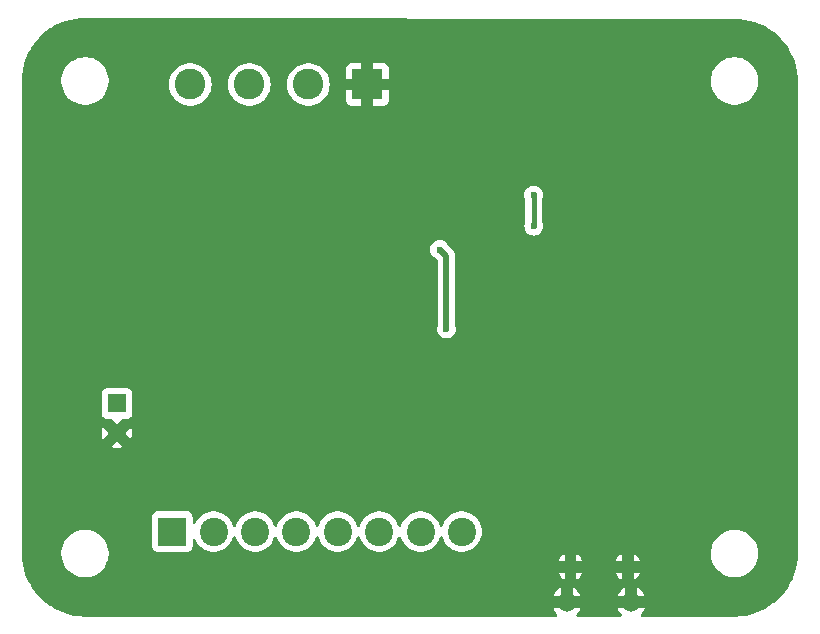
<source format=gbr>
%TF.GenerationSoftware,KiCad,Pcbnew,8.0.5*%
%TF.CreationDate,2024-12-11T15:25:16-08:00*%
%TF.ProjectId,ESP32-Proto,45535033-322d-4507-926f-746f2e6b6963,rev?*%
%TF.SameCoordinates,Original*%
%TF.FileFunction,Copper,L2,Bot*%
%TF.FilePolarity,Positive*%
%FSLAX46Y46*%
G04 Gerber Fmt 4.6, Leading zero omitted, Abs format (unit mm)*
G04 Created by KiCad (PCBNEW 8.0.5) date 2024-12-11 15:25:16*
%MOMM*%
%LPD*%
G01*
G04 APERTURE LIST*
%TA.AperFunction,ComponentPad*%
%ADD10C,1.600000*%
%TD*%
%TA.AperFunction,ComponentPad*%
%ADD11R,1.600000X1.600000*%
%TD*%
%TA.AperFunction,ComponentPad*%
%ADD12C,2.400000*%
%TD*%
%TA.AperFunction,ComponentPad*%
%ADD13R,2.400000X2.400000*%
%TD*%
%TA.AperFunction,ComponentPad*%
%ADD14O,1.350000X1.700000*%
%TD*%
%TA.AperFunction,ComponentPad*%
%ADD15O,1.100000X1.500000*%
%TD*%
%TA.AperFunction,ComponentPad*%
%ADD16C,2.600000*%
%TD*%
%TA.AperFunction,ComponentPad*%
%ADD17R,2.600000X2.600000*%
%TD*%
%TA.AperFunction,ViaPad*%
%ADD18C,0.600000*%
%TD*%
%TA.AperFunction,Conductor*%
%ADD19C,0.500000*%
%TD*%
%TA.AperFunction,Conductor*%
%ADD20C,0.400000*%
%TD*%
G04 APERTURE END LIST*
D10*
%TO.P,C2,2*%
%TO.N,GND*%
X124700000Y-104800000D03*
D11*
%TO.P,C2,1*%
%TO.N,Net-(U3-EN)*%
X124700000Y-102300000D03*
%TD*%
D12*
%TO.P,J5,8,Pin_8*%
%TO.N,CANH*%
X153900000Y-113150000D03*
%TO.P,J5,7,Pin_7*%
%TO.N,CANL*%
X150400000Y-113150000D03*
%TO.P,J5,6,Pin_6*%
%TO.N,GPIO6{slash}ADC5*%
X146900000Y-113150000D03*
%TO.P,J5,5,Pin_5*%
%TO.N,GPIO5{slash}ADC4*%
X143400000Y-113150000D03*
%TO.P,J5,4,Pin_4*%
%TO.N,GPIO4{slash}ADC3*%
X139900000Y-113150000D03*
%TO.P,J5,3,Pin_3*%
%TO.N,GPIO3{slash}ADC2*%
X136400000Y-113150000D03*
%TO.P,J5,2,Pin_2*%
%TO.N,GPIO2{slash}ADC1*%
X132900000Y-113150000D03*
D13*
%TO.P,J5,1,Pin_1*%
%TO.N,GPIO1{slash}ADC0*%
X129400000Y-113150000D03*
%TD*%
D14*
%TO.P,J3,6,Shield*%
%TO.N,GND*%
X162790000Y-119130000D03*
D15*
X163100000Y-116130000D03*
X167940000Y-116130000D03*
D14*
X168250000Y-119130000D03*
%TD*%
D16*
%TO.P,J1,4,Pin_4*%
%TO.N,+12V*%
X130900000Y-75300000D03*
%TO.P,J1,3,Pin_3*%
%TO.N,+5V*%
X135900000Y-75300000D03*
%TO.P,J1,2,Pin_2*%
%TO.N,+3.3V*%
X140900000Y-75300000D03*
D17*
%TO.P,J1,1,Pin_1*%
%TO.N,GND*%
X145900000Y-75300000D03*
%TD*%
D18*
%TO.N,GND*%
X168100000Y-114330000D03*
X164600000Y-96300000D03*
X173500000Y-80900000D03*
X173400000Y-96300000D03*
X131800000Y-95500000D03*
X140500000Y-83100000D03*
X161800000Y-80000000D03*
X155400000Y-102300000D03*
X161400000Y-93000000D03*
X155100000Y-85500000D03*
X142300000Y-96200000D03*
X142800000Y-82000000D03*
X163000000Y-96300000D03*
X133000000Y-95500000D03*
X138500000Y-98400000D03*
X158800000Y-88000000D03*
X168100000Y-93100000D03*
X148900000Y-91500000D03*
X180600000Y-80300000D03*
X166300000Y-96300000D03*
X132200000Y-102900000D03*
X163000000Y-90100000D03*
X122600000Y-98500000D03*
X155300000Y-105500000D03*
X157700000Y-101500000D03*
X164700000Y-87500000D03*
X151800000Y-81100000D03*
X135000000Y-88300000D03*
X177000000Y-102800000D03*
X159000000Y-103900000D03*
X138900000Y-82600000D03*
X173300000Y-110350000D03*
X163600000Y-80000000D03*
X177200000Y-95400000D03*
X171700000Y-101700000D03*
X173200000Y-89100000D03*
X133100000Y-99700000D03*
X162600000Y-114430000D03*
X165200000Y-111800000D03*
X164700000Y-90200000D03*
X170600000Y-87400000D03*
X166350000Y-90050000D03*
X131800000Y-99700000D03*
%TO.N,+3.3V*%
X152019000Y-89281000D03*
X152600000Y-96000000D03*
%TO.N,Net-(U1-GPIO0{slash}BOOT)*%
X159975000Y-84675000D03*
X160000000Y-87300000D03*
%TD*%
D19*
%TO.N,+3.3V*%
X152600000Y-96000000D02*
X152600000Y-89862000D01*
X152600000Y-89862000D02*
X152019000Y-89281000D01*
D20*
%TO.N,Net-(U1-GPIO0{slash}BOOT)*%
X159975000Y-87275000D02*
X160000000Y-87300000D01*
X159975000Y-84675000D02*
X159975000Y-87275000D01*
%TD*%
%TA.AperFunction,Conductor*%
%TO.N,GND*%
G36*
X176938716Y-69736957D02*
G01*
X176940474Y-69737075D01*
X176947531Y-69737075D01*
X177010874Y-69737075D01*
X177015998Y-69737180D01*
X177450074Y-69755136D01*
X177460243Y-69755979D01*
X177888850Y-69809406D01*
X177898927Y-69811088D01*
X178321641Y-69899723D01*
X178331549Y-69902232D01*
X178745501Y-70025472D01*
X178755168Y-70028791D01*
X179062775Y-70148821D01*
X179157510Y-70185787D01*
X179166895Y-70189904D01*
X179554885Y-70379581D01*
X179563894Y-70384455D01*
X179934921Y-70605540D01*
X179943489Y-70611138D01*
X180294985Y-70862102D01*
X180303067Y-70868393D01*
X180632622Y-71147512D01*
X180640162Y-71154453D01*
X180945546Y-71459837D01*
X180952487Y-71467377D01*
X181231606Y-71796932D01*
X181237901Y-71805019D01*
X181488857Y-72156504D01*
X181494463Y-72165084D01*
X181715541Y-72536100D01*
X181720418Y-72545114D01*
X181910095Y-72933104D01*
X181914212Y-72942489D01*
X182071203Y-73344818D01*
X182074531Y-73354511D01*
X182197763Y-73768437D01*
X182200279Y-73778372D01*
X182288908Y-74201058D01*
X182290595Y-74211166D01*
X182344018Y-74639732D01*
X182344864Y-74649946D01*
X182362817Y-75083987D01*
X182362923Y-75089154D01*
X182349524Y-114926006D01*
X182349500Y-114926390D01*
X182349500Y-114997438D01*
X182349394Y-115002562D01*
X182331441Y-115436629D01*
X182330595Y-115446843D01*
X182277174Y-115875410D01*
X182275487Y-115885519D01*
X182186859Y-116308206D01*
X182184343Y-116318141D01*
X182061111Y-116732068D01*
X182057783Y-116741761D01*
X181900795Y-117144085D01*
X181896679Y-117153470D01*
X181706998Y-117541471D01*
X181702120Y-117550485D01*
X181481045Y-117921496D01*
X181475439Y-117930075D01*
X181224483Y-118281561D01*
X181218188Y-118289649D01*
X180939069Y-118619204D01*
X180932128Y-118626744D01*
X180626744Y-118932128D01*
X180619204Y-118939069D01*
X180289649Y-119218188D01*
X180281561Y-119224483D01*
X179930075Y-119475439D01*
X179921496Y-119481045D01*
X179550485Y-119702120D01*
X179541471Y-119706998D01*
X179153470Y-119896679D01*
X179144085Y-119900795D01*
X178741761Y-120057783D01*
X178732068Y-120061111D01*
X178318141Y-120184343D01*
X178308206Y-120186859D01*
X177885519Y-120275487D01*
X177875410Y-120277174D01*
X177446843Y-120330595D01*
X177436629Y-120331441D01*
X177002563Y-120349394D01*
X176997439Y-120349500D01*
X169166563Y-120349500D01*
X169099524Y-120329815D01*
X169053769Y-120277011D01*
X169043825Y-120207853D01*
X169072850Y-120144297D01*
X169078882Y-120137819D01*
X169146241Y-120070459D01*
X169146245Y-120070454D01*
X169254947Y-119920837D01*
X169338913Y-119756045D01*
X169379869Y-119630000D01*
X168494975Y-119630000D01*
X168530070Y-119594905D01*
X168576148Y-119515095D01*
X168600000Y-119426078D01*
X168600000Y-118833922D01*
X168576148Y-118744905D01*
X168530070Y-118665095D01*
X168464905Y-118599930D01*
X168385095Y-118553852D01*
X168296078Y-118530000D01*
X168203922Y-118530000D01*
X168114905Y-118553852D01*
X168035095Y-118599930D01*
X167969930Y-118665095D01*
X167923852Y-118744905D01*
X167900000Y-118833922D01*
X167900000Y-119426078D01*
X167923852Y-119515095D01*
X167969930Y-119594905D01*
X168005025Y-119630000D01*
X167120131Y-119630000D01*
X167161086Y-119756045D01*
X167245052Y-119920837D01*
X167353754Y-120070454D01*
X167353758Y-120070459D01*
X167421118Y-120137819D01*
X167454603Y-120199142D01*
X167449619Y-120268834D01*
X167407747Y-120324767D01*
X167342283Y-120349184D01*
X167333437Y-120349500D01*
X163706563Y-120349500D01*
X163639524Y-120329815D01*
X163593769Y-120277011D01*
X163583825Y-120207853D01*
X163612850Y-120144297D01*
X163618882Y-120137819D01*
X163686241Y-120070459D01*
X163686245Y-120070454D01*
X163794947Y-119920837D01*
X163878913Y-119756045D01*
X163919869Y-119630000D01*
X163034975Y-119630000D01*
X163070070Y-119594905D01*
X163116148Y-119515095D01*
X163140000Y-119426078D01*
X163140000Y-118833922D01*
X163116148Y-118744905D01*
X163070070Y-118665095D01*
X163004905Y-118599930D01*
X162925095Y-118553852D01*
X162836078Y-118530000D01*
X162743922Y-118530000D01*
X162654905Y-118553852D01*
X162575095Y-118599930D01*
X162509930Y-118665095D01*
X162463852Y-118744905D01*
X162440000Y-118833922D01*
X162440000Y-119426078D01*
X162463852Y-119515095D01*
X162509930Y-119594905D01*
X162545025Y-119630000D01*
X161660131Y-119630000D01*
X161701086Y-119756045D01*
X161785052Y-119920837D01*
X161893754Y-120070454D01*
X161893758Y-120070459D01*
X161961118Y-120137819D01*
X161994603Y-120199142D01*
X161989619Y-120268834D01*
X161947747Y-120324767D01*
X161882283Y-120349184D01*
X161873437Y-120349500D01*
X122002561Y-120349500D01*
X121997437Y-120349394D01*
X121563370Y-120331441D01*
X121553156Y-120330595D01*
X121124589Y-120277174D01*
X121114480Y-120275487D01*
X120691793Y-120186859D01*
X120681858Y-120184343D01*
X120267931Y-120061111D01*
X120258238Y-120057783D01*
X119855914Y-119900795D01*
X119846529Y-119896679D01*
X119458528Y-119706998D01*
X119449514Y-119702120D01*
X119078503Y-119481045D01*
X119069924Y-119475439D01*
X118718438Y-119224483D01*
X118710350Y-119218188D01*
X118380795Y-118939069D01*
X118373255Y-118932128D01*
X118071126Y-118629999D01*
X161660131Y-118629999D01*
X161660131Y-118630000D01*
X162290000Y-118630000D01*
X162290000Y-117891029D01*
X163290000Y-117891029D01*
X163290000Y-118630000D01*
X163919869Y-118630000D01*
X163919868Y-118629999D01*
X167120131Y-118629999D01*
X167120131Y-118630000D01*
X167750000Y-118630000D01*
X167750000Y-117891029D01*
X168750000Y-117891029D01*
X168750000Y-118630000D01*
X169379869Y-118630000D01*
X169379868Y-118629999D01*
X169338913Y-118503954D01*
X169254947Y-118339162D01*
X169146245Y-118189545D01*
X169146241Y-118189540D01*
X169015459Y-118058758D01*
X169015454Y-118058754D01*
X168865833Y-117950049D01*
X168865832Y-117950048D01*
X168750001Y-117891028D01*
X168750000Y-117891029D01*
X167750000Y-117891029D01*
X167749998Y-117891028D01*
X167634167Y-117950048D01*
X167634166Y-117950049D01*
X167484545Y-118058754D01*
X167484540Y-118058758D01*
X167353758Y-118189540D01*
X167353754Y-118189545D01*
X167245052Y-118339162D01*
X167161086Y-118503954D01*
X167120131Y-118629999D01*
X163919868Y-118629999D01*
X163878913Y-118503954D01*
X163794947Y-118339162D01*
X163686245Y-118189545D01*
X163686241Y-118189540D01*
X163555459Y-118058758D01*
X163555454Y-118058754D01*
X163405833Y-117950049D01*
X163405832Y-117950048D01*
X163290001Y-117891028D01*
X163290000Y-117891029D01*
X162290000Y-117891029D01*
X162289998Y-117891028D01*
X162174167Y-117950048D01*
X162174166Y-117950049D01*
X162024545Y-118058754D01*
X162024540Y-118058758D01*
X161893758Y-118189540D01*
X161893754Y-118189545D01*
X161785052Y-118339162D01*
X161701086Y-118503954D01*
X161660131Y-118629999D01*
X118071126Y-118629999D01*
X118067871Y-118626744D01*
X118060930Y-118619204D01*
X117859210Y-118381034D01*
X117781806Y-118289643D01*
X117775516Y-118281561D01*
X117524560Y-117930075D01*
X117518954Y-117921496D01*
X117297879Y-117550485D01*
X117293001Y-117541471D01*
X117103320Y-117153470D01*
X117099204Y-117144085D01*
X117029820Y-116966269D01*
X116942211Y-116741749D01*
X116938892Y-116732081D01*
X116815652Y-116318128D01*
X116813143Y-116308220D01*
X116724509Y-115885505D01*
X116722827Y-115875425D01*
X116669402Y-115446822D01*
X116668559Y-115436649D01*
X116650606Y-115002562D01*
X116650500Y-114997438D01*
X116650500Y-114868872D01*
X119999500Y-114868872D01*
X119999500Y-115131127D01*
X120016555Y-115260664D01*
X120033730Y-115391116D01*
X120101602Y-115644418D01*
X120101605Y-115644428D01*
X120201953Y-115886690D01*
X120201958Y-115886700D01*
X120333075Y-116113803D01*
X120492718Y-116321851D01*
X120492726Y-116321860D01*
X120678140Y-116507274D01*
X120678148Y-116507281D01*
X120886196Y-116666924D01*
X121113299Y-116798041D01*
X121113309Y-116798046D01*
X121355571Y-116898394D01*
X121355581Y-116898398D01*
X121608884Y-116966270D01*
X121857188Y-116998960D01*
X121860061Y-116999339D01*
X121868880Y-117000500D01*
X121868887Y-117000500D01*
X122131113Y-117000500D01*
X122131120Y-117000500D01*
X122391116Y-116966270D01*
X122644419Y-116898398D01*
X122886697Y-116798043D01*
X123113803Y-116666924D01*
X123161923Y-116630000D01*
X162089102Y-116630000D01*
X162090348Y-116636266D01*
X162090350Y-116636274D01*
X162169500Y-116827358D01*
X162169505Y-116827368D01*
X162284410Y-116999335D01*
X162284413Y-116999339D01*
X162430660Y-117145586D01*
X162430668Y-117145592D01*
X162599999Y-117258735D01*
X162600000Y-117258735D01*
X163600000Y-117258735D01*
X163769331Y-117145592D01*
X163769339Y-117145586D01*
X163915586Y-116999339D01*
X163915589Y-116999335D01*
X164030494Y-116827368D01*
X164030499Y-116827358D01*
X164109649Y-116636274D01*
X164109651Y-116636266D01*
X164110898Y-116630000D01*
X166929102Y-116630000D01*
X166930348Y-116636266D01*
X166930350Y-116636274D01*
X167009500Y-116827358D01*
X167009505Y-116827368D01*
X167124410Y-116999335D01*
X167124413Y-116999339D01*
X167270660Y-117145586D01*
X167270668Y-117145592D01*
X167439999Y-117258735D01*
X167440000Y-117258735D01*
X168440000Y-117258735D01*
X168609331Y-117145592D01*
X168609339Y-117145586D01*
X168755586Y-116999339D01*
X168755589Y-116999335D01*
X168870494Y-116827368D01*
X168870499Y-116827358D01*
X168949649Y-116636274D01*
X168949651Y-116636266D01*
X168950898Y-116630000D01*
X168440000Y-116630000D01*
X168440000Y-117258735D01*
X167440000Y-117258735D01*
X167440000Y-116630000D01*
X166929102Y-116630000D01*
X164110898Y-116630000D01*
X163600000Y-116630000D01*
X163600000Y-117258735D01*
X162600000Y-117258735D01*
X162600000Y-116630000D01*
X162089102Y-116630000D01*
X123161923Y-116630000D01*
X123321851Y-116507282D01*
X123321855Y-116507277D01*
X123321860Y-116507274D01*
X123507274Y-116321860D01*
X123507277Y-116321855D01*
X123507282Y-116321851D01*
X123666924Y-116113803D01*
X123797745Y-115887213D01*
X162775000Y-115887213D01*
X162775000Y-116372787D01*
X162797149Y-116455445D01*
X162839936Y-116529554D01*
X162900446Y-116590064D01*
X162974555Y-116632851D01*
X163057213Y-116655000D01*
X163142787Y-116655000D01*
X163225445Y-116632851D01*
X163299554Y-116590064D01*
X163360064Y-116529554D01*
X163402851Y-116455445D01*
X163425000Y-116372787D01*
X163425000Y-115887213D01*
X167615000Y-115887213D01*
X167615000Y-116372787D01*
X167637149Y-116455445D01*
X167679936Y-116529554D01*
X167740446Y-116590064D01*
X167814555Y-116632851D01*
X167897213Y-116655000D01*
X167982787Y-116655000D01*
X168065445Y-116632851D01*
X168139554Y-116590064D01*
X168200064Y-116529554D01*
X168242851Y-116455445D01*
X168265000Y-116372787D01*
X168265000Y-115887213D01*
X168242851Y-115804555D01*
X168200064Y-115730446D01*
X168139554Y-115669936D01*
X168070383Y-115630000D01*
X168440000Y-115630000D01*
X168950898Y-115630000D01*
X168950898Y-115629999D01*
X168949651Y-115623733D01*
X168949649Y-115623725D01*
X168870499Y-115432641D01*
X168870494Y-115432631D01*
X168755589Y-115260664D01*
X168755586Y-115260660D01*
X168609339Y-115114413D01*
X168609335Y-115114410D01*
X168440000Y-115001263D01*
X168440000Y-115630000D01*
X168070383Y-115630000D01*
X168065445Y-115627149D01*
X167982787Y-115605000D01*
X167897213Y-115605000D01*
X167814555Y-115627149D01*
X167740446Y-115669936D01*
X167679936Y-115730446D01*
X167637149Y-115804555D01*
X167615000Y-115887213D01*
X163425000Y-115887213D01*
X163402851Y-115804555D01*
X163360064Y-115730446D01*
X163299554Y-115669936D01*
X163230383Y-115630000D01*
X163600000Y-115630000D01*
X164110898Y-115630000D01*
X164110898Y-115629999D01*
X166929101Y-115629999D01*
X166929102Y-115630000D01*
X167440000Y-115630000D01*
X167440000Y-115001263D01*
X167270664Y-115114410D01*
X167270660Y-115114413D01*
X167124413Y-115260660D01*
X167124410Y-115260664D01*
X167009505Y-115432631D01*
X167009500Y-115432641D01*
X166930350Y-115623725D01*
X166930348Y-115623733D01*
X166929101Y-115629999D01*
X164110898Y-115629999D01*
X164109651Y-115623733D01*
X164109649Y-115623725D01*
X164030499Y-115432641D01*
X164030494Y-115432631D01*
X163915589Y-115260664D01*
X163915586Y-115260660D01*
X163769339Y-115114413D01*
X163769335Y-115114410D01*
X163600000Y-115001263D01*
X163600000Y-115630000D01*
X163230383Y-115630000D01*
X163225445Y-115627149D01*
X163142787Y-115605000D01*
X163057213Y-115605000D01*
X162974555Y-115627149D01*
X162900446Y-115669936D01*
X162839936Y-115730446D01*
X162797149Y-115804555D01*
X162775000Y-115887213D01*
X123797745Y-115887213D01*
X123798043Y-115886697D01*
X123898398Y-115644419D01*
X123902262Y-115629999D01*
X162089101Y-115629999D01*
X162089102Y-115630000D01*
X162600000Y-115630000D01*
X162600000Y-115001263D01*
X162430664Y-115114410D01*
X162430660Y-115114413D01*
X162284413Y-115260660D01*
X162284410Y-115260664D01*
X162169505Y-115432631D01*
X162169500Y-115432641D01*
X162090350Y-115623725D01*
X162090348Y-115623733D01*
X162089101Y-115629999D01*
X123902262Y-115629999D01*
X123966270Y-115391116D01*
X124000500Y-115131120D01*
X124000500Y-114868880D01*
X124000499Y-114868872D01*
X174999500Y-114868872D01*
X174999500Y-115131127D01*
X175016555Y-115260664D01*
X175033730Y-115391116D01*
X175101602Y-115644418D01*
X175101605Y-115644428D01*
X175201953Y-115886690D01*
X175201958Y-115886700D01*
X175333075Y-116113803D01*
X175492718Y-116321851D01*
X175492726Y-116321860D01*
X175678140Y-116507274D01*
X175678148Y-116507281D01*
X175886196Y-116666924D01*
X176113299Y-116798041D01*
X176113309Y-116798046D01*
X176355571Y-116898394D01*
X176355581Y-116898398D01*
X176608884Y-116966270D01*
X176857188Y-116998960D01*
X176860061Y-116999339D01*
X176868880Y-117000500D01*
X176868887Y-117000500D01*
X177131113Y-117000500D01*
X177131120Y-117000500D01*
X177391116Y-116966270D01*
X177644419Y-116898398D01*
X177886697Y-116798043D01*
X178113803Y-116666924D01*
X178321851Y-116507282D01*
X178321855Y-116507277D01*
X178321860Y-116507274D01*
X178507274Y-116321860D01*
X178507277Y-116321855D01*
X178507282Y-116321851D01*
X178666924Y-116113803D01*
X178798043Y-115886697D01*
X178898398Y-115644419D01*
X178966270Y-115391116D01*
X179000500Y-115131120D01*
X179000500Y-114868880D01*
X178966270Y-114608884D01*
X178898398Y-114355581D01*
X178879467Y-114309877D01*
X178798046Y-114113309D01*
X178798041Y-114113299D01*
X178666924Y-113886196D01*
X178507281Y-113678148D01*
X178507274Y-113678140D01*
X178321860Y-113492726D01*
X178321851Y-113492718D01*
X178113803Y-113333075D01*
X177886700Y-113201958D01*
X177886690Y-113201953D01*
X177644428Y-113101605D01*
X177644421Y-113101603D01*
X177644419Y-113101602D01*
X177391116Y-113033730D01*
X177333339Y-113026123D01*
X177131127Y-112999500D01*
X177131120Y-112999500D01*
X176868880Y-112999500D01*
X176868872Y-112999500D01*
X176637772Y-113029926D01*
X176608884Y-113033730D01*
X176355581Y-113101602D01*
X176355571Y-113101605D01*
X176113309Y-113201953D01*
X176113299Y-113201958D01*
X175886196Y-113333075D01*
X175678148Y-113492718D01*
X175492718Y-113678148D01*
X175333075Y-113886196D01*
X175201958Y-114113299D01*
X175201953Y-114113309D01*
X175101605Y-114355571D01*
X175101602Y-114355581D01*
X175038165Y-114592335D01*
X175033730Y-114608885D01*
X174999500Y-114868872D01*
X124000499Y-114868872D01*
X123966270Y-114608884D01*
X123898398Y-114355581D01*
X123879467Y-114309877D01*
X123798046Y-114113309D01*
X123798041Y-114113299D01*
X123666924Y-113886196D01*
X123507281Y-113678148D01*
X123507274Y-113678140D01*
X123321860Y-113492726D01*
X123321851Y-113492718D01*
X123113803Y-113333075D01*
X122886700Y-113201958D01*
X122886690Y-113201953D01*
X122644428Y-113101605D01*
X122644421Y-113101603D01*
X122644419Y-113101602D01*
X122391116Y-113033730D01*
X122333339Y-113026123D01*
X122131127Y-112999500D01*
X122131120Y-112999500D01*
X121868880Y-112999500D01*
X121868872Y-112999500D01*
X121637772Y-113029926D01*
X121608884Y-113033730D01*
X121355581Y-113101602D01*
X121355571Y-113101605D01*
X121113309Y-113201953D01*
X121113299Y-113201958D01*
X120886196Y-113333075D01*
X120678148Y-113492718D01*
X120492718Y-113678148D01*
X120333075Y-113886196D01*
X120201958Y-114113299D01*
X120201953Y-114113309D01*
X120101605Y-114355571D01*
X120101602Y-114355581D01*
X120038165Y-114592335D01*
X120033730Y-114608885D01*
X119999500Y-114868872D01*
X116650500Y-114868872D01*
X116650500Y-111902135D01*
X127699500Y-111902135D01*
X127699500Y-114397870D01*
X127699501Y-114397876D01*
X127705908Y-114457483D01*
X127756202Y-114592328D01*
X127756206Y-114592335D01*
X127842452Y-114707544D01*
X127842455Y-114707547D01*
X127957664Y-114793793D01*
X127957671Y-114793797D01*
X128092517Y-114844091D01*
X128092516Y-114844091D01*
X128099444Y-114844835D01*
X128152127Y-114850500D01*
X130647872Y-114850499D01*
X130707483Y-114844091D01*
X130842331Y-114793796D01*
X130957546Y-114707546D01*
X131043796Y-114592331D01*
X131094091Y-114457483D01*
X131100500Y-114397873D01*
X131100499Y-113874854D01*
X131120183Y-113807818D01*
X131172987Y-113762063D01*
X131242146Y-113752119D01*
X131305702Y-113781144D01*
X131339927Y-113829553D01*
X131363607Y-113889888D01*
X131491041Y-114110612D01*
X131649950Y-114309877D01*
X131836783Y-114483232D01*
X132047366Y-114626805D01*
X132047371Y-114626807D01*
X132047372Y-114626808D01*
X132047373Y-114626809D01*
X132169328Y-114685538D01*
X132276992Y-114737387D01*
X132276993Y-114737387D01*
X132276996Y-114737389D01*
X132520542Y-114812513D01*
X132772565Y-114850500D01*
X133027435Y-114850500D01*
X133279458Y-114812513D01*
X133523004Y-114737389D01*
X133752634Y-114626805D01*
X133963217Y-114483232D01*
X134150050Y-114309877D01*
X134308959Y-114110612D01*
X134436393Y-113889888D01*
X134529508Y-113652637D01*
X134529510Y-113652624D01*
X134530878Y-113648196D01*
X134532324Y-113648642D01*
X134563213Y-113593412D01*
X134624873Y-113560552D01*
X134694510Y-113566243D01*
X134750016Y-113608680D01*
X134768192Y-113648482D01*
X134769122Y-113648196D01*
X134770490Y-113652630D01*
X134770492Y-113652637D01*
X134863607Y-113889888D01*
X134991041Y-114110612D01*
X135149950Y-114309877D01*
X135336783Y-114483232D01*
X135547366Y-114626805D01*
X135547371Y-114626807D01*
X135547372Y-114626808D01*
X135547373Y-114626809D01*
X135669328Y-114685538D01*
X135776992Y-114737387D01*
X135776993Y-114737387D01*
X135776996Y-114737389D01*
X136020542Y-114812513D01*
X136272565Y-114850500D01*
X136527435Y-114850500D01*
X136779458Y-114812513D01*
X137023004Y-114737389D01*
X137252634Y-114626805D01*
X137463217Y-114483232D01*
X137650050Y-114309877D01*
X137808959Y-114110612D01*
X137936393Y-113889888D01*
X138029508Y-113652637D01*
X138029510Y-113652624D01*
X138030878Y-113648196D01*
X138032324Y-113648642D01*
X138063213Y-113593412D01*
X138124873Y-113560552D01*
X138194510Y-113566243D01*
X138250016Y-113608680D01*
X138268192Y-113648482D01*
X138269122Y-113648196D01*
X138270490Y-113652630D01*
X138270492Y-113652637D01*
X138363607Y-113889888D01*
X138491041Y-114110612D01*
X138649950Y-114309877D01*
X138836783Y-114483232D01*
X139047366Y-114626805D01*
X139047371Y-114626807D01*
X139047372Y-114626808D01*
X139047373Y-114626809D01*
X139169328Y-114685538D01*
X139276992Y-114737387D01*
X139276993Y-114737387D01*
X139276996Y-114737389D01*
X139520542Y-114812513D01*
X139772565Y-114850500D01*
X140027435Y-114850500D01*
X140279458Y-114812513D01*
X140523004Y-114737389D01*
X140752634Y-114626805D01*
X140963217Y-114483232D01*
X141150050Y-114309877D01*
X141308959Y-114110612D01*
X141436393Y-113889888D01*
X141529508Y-113652637D01*
X141529510Y-113652624D01*
X141530878Y-113648196D01*
X141532324Y-113648642D01*
X141563213Y-113593412D01*
X141624873Y-113560552D01*
X141694510Y-113566243D01*
X141750016Y-113608680D01*
X141768192Y-113648482D01*
X141769122Y-113648196D01*
X141770490Y-113652630D01*
X141770492Y-113652637D01*
X141863607Y-113889888D01*
X141991041Y-114110612D01*
X142149950Y-114309877D01*
X142336783Y-114483232D01*
X142547366Y-114626805D01*
X142547371Y-114626807D01*
X142547372Y-114626808D01*
X142547373Y-114626809D01*
X142669328Y-114685538D01*
X142776992Y-114737387D01*
X142776993Y-114737387D01*
X142776996Y-114737389D01*
X143020542Y-114812513D01*
X143272565Y-114850500D01*
X143527435Y-114850500D01*
X143779458Y-114812513D01*
X144023004Y-114737389D01*
X144252634Y-114626805D01*
X144463217Y-114483232D01*
X144650050Y-114309877D01*
X144808959Y-114110612D01*
X144936393Y-113889888D01*
X145029508Y-113652637D01*
X145029510Y-113652624D01*
X145030878Y-113648196D01*
X145032324Y-113648642D01*
X145063213Y-113593412D01*
X145124873Y-113560552D01*
X145194510Y-113566243D01*
X145250016Y-113608680D01*
X145268192Y-113648482D01*
X145269122Y-113648196D01*
X145270490Y-113652630D01*
X145270492Y-113652637D01*
X145363607Y-113889888D01*
X145491041Y-114110612D01*
X145649950Y-114309877D01*
X145836783Y-114483232D01*
X146047366Y-114626805D01*
X146047371Y-114626807D01*
X146047372Y-114626808D01*
X146047373Y-114626809D01*
X146169328Y-114685538D01*
X146276992Y-114737387D01*
X146276993Y-114737387D01*
X146276996Y-114737389D01*
X146520542Y-114812513D01*
X146772565Y-114850500D01*
X147027435Y-114850500D01*
X147279458Y-114812513D01*
X147523004Y-114737389D01*
X147752634Y-114626805D01*
X147963217Y-114483232D01*
X148150050Y-114309877D01*
X148308959Y-114110612D01*
X148436393Y-113889888D01*
X148529508Y-113652637D01*
X148529510Y-113652624D01*
X148530878Y-113648196D01*
X148532324Y-113648642D01*
X148563213Y-113593412D01*
X148624873Y-113560552D01*
X148694510Y-113566243D01*
X148750016Y-113608680D01*
X148768192Y-113648482D01*
X148769122Y-113648196D01*
X148770490Y-113652630D01*
X148770492Y-113652637D01*
X148863607Y-113889888D01*
X148991041Y-114110612D01*
X149149950Y-114309877D01*
X149336783Y-114483232D01*
X149547366Y-114626805D01*
X149547371Y-114626807D01*
X149547372Y-114626808D01*
X149547373Y-114626809D01*
X149669328Y-114685538D01*
X149776992Y-114737387D01*
X149776993Y-114737387D01*
X149776996Y-114737389D01*
X150020542Y-114812513D01*
X150272565Y-114850500D01*
X150527435Y-114850500D01*
X150779458Y-114812513D01*
X151023004Y-114737389D01*
X151252634Y-114626805D01*
X151463217Y-114483232D01*
X151650050Y-114309877D01*
X151808959Y-114110612D01*
X151936393Y-113889888D01*
X152029508Y-113652637D01*
X152029510Y-113652624D01*
X152030878Y-113648196D01*
X152032324Y-113648642D01*
X152063213Y-113593412D01*
X152124873Y-113560552D01*
X152194510Y-113566243D01*
X152250016Y-113608680D01*
X152268192Y-113648482D01*
X152269122Y-113648196D01*
X152270490Y-113652630D01*
X152270492Y-113652637D01*
X152363607Y-113889888D01*
X152491041Y-114110612D01*
X152649950Y-114309877D01*
X152836783Y-114483232D01*
X153047366Y-114626805D01*
X153047371Y-114626807D01*
X153047372Y-114626808D01*
X153047373Y-114626809D01*
X153169328Y-114685538D01*
X153276992Y-114737387D01*
X153276993Y-114737387D01*
X153276996Y-114737389D01*
X153520542Y-114812513D01*
X153772565Y-114850500D01*
X154027435Y-114850500D01*
X154279458Y-114812513D01*
X154523004Y-114737389D01*
X154752634Y-114626805D01*
X154963217Y-114483232D01*
X155150050Y-114309877D01*
X155308959Y-114110612D01*
X155436393Y-113889888D01*
X155529508Y-113652637D01*
X155586222Y-113404157D01*
X155594384Y-113295232D01*
X155605268Y-113150004D01*
X155605268Y-113149995D01*
X155586222Y-112895845D01*
X155549225Y-112733752D01*
X155529508Y-112647363D01*
X155436393Y-112410112D01*
X155308959Y-112189388D01*
X155150050Y-111990123D01*
X154963217Y-111816768D01*
X154752634Y-111673195D01*
X154752630Y-111673193D01*
X154752627Y-111673191D01*
X154752626Y-111673190D01*
X154523006Y-111562612D01*
X154523008Y-111562612D01*
X154279466Y-111487489D01*
X154279462Y-111487488D01*
X154279458Y-111487487D01*
X154158231Y-111469214D01*
X154027440Y-111449500D01*
X154027435Y-111449500D01*
X153772565Y-111449500D01*
X153772559Y-111449500D01*
X153615609Y-111473157D01*
X153520542Y-111487487D01*
X153520539Y-111487488D01*
X153520533Y-111487489D01*
X153276992Y-111562612D01*
X153047373Y-111673190D01*
X153047372Y-111673191D01*
X152836782Y-111816768D01*
X152649952Y-111990121D01*
X152649950Y-111990123D01*
X152491041Y-112189388D01*
X152363608Y-112410109D01*
X152270492Y-112647362D01*
X152269122Y-112651804D01*
X152267677Y-112651358D01*
X152236780Y-112706593D01*
X152175117Y-112739449D01*
X152105480Y-112733752D01*
X152049978Y-112691311D01*
X152031805Y-112651517D01*
X152030878Y-112651804D01*
X152029509Y-112647369D01*
X152029508Y-112647363D01*
X151936393Y-112410112D01*
X151808959Y-112189388D01*
X151650050Y-111990123D01*
X151463217Y-111816768D01*
X151252634Y-111673195D01*
X151252630Y-111673193D01*
X151252627Y-111673191D01*
X151252626Y-111673190D01*
X151023006Y-111562612D01*
X151023008Y-111562612D01*
X150779466Y-111487489D01*
X150779462Y-111487488D01*
X150779458Y-111487487D01*
X150658231Y-111469214D01*
X150527440Y-111449500D01*
X150527435Y-111449500D01*
X150272565Y-111449500D01*
X150272559Y-111449500D01*
X150115609Y-111473157D01*
X150020542Y-111487487D01*
X150020539Y-111487488D01*
X150020533Y-111487489D01*
X149776992Y-111562612D01*
X149547373Y-111673190D01*
X149547372Y-111673191D01*
X149336782Y-111816768D01*
X149149952Y-111990121D01*
X149149950Y-111990123D01*
X148991041Y-112189388D01*
X148863608Y-112410109D01*
X148770492Y-112647362D01*
X148769122Y-112651804D01*
X148767677Y-112651358D01*
X148736780Y-112706593D01*
X148675117Y-112739449D01*
X148605480Y-112733752D01*
X148549978Y-112691311D01*
X148531805Y-112651517D01*
X148530878Y-112651804D01*
X148529509Y-112647369D01*
X148529508Y-112647363D01*
X148436393Y-112410112D01*
X148308959Y-112189388D01*
X148150050Y-111990123D01*
X147963217Y-111816768D01*
X147752634Y-111673195D01*
X147752630Y-111673193D01*
X147752627Y-111673191D01*
X147752626Y-111673190D01*
X147523006Y-111562612D01*
X147523008Y-111562612D01*
X147279466Y-111487489D01*
X147279462Y-111487488D01*
X147279458Y-111487487D01*
X147158231Y-111469214D01*
X147027440Y-111449500D01*
X147027435Y-111449500D01*
X146772565Y-111449500D01*
X146772559Y-111449500D01*
X146615609Y-111473157D01*
X146520542Y-111487487D01*
X146520539Y-111487488D01*
X146520533Y-111487489D01*
X146276992Y-111562612D01*
X146047373Y-111673190D01*
X146047372Y-111673191D01*
X145836782Y-111816768D01*
X145649952Y-111990121D01*
X145649950Y-111990123D01*
X145491041Y-112189388D01*
X145363608Y-112410109D01*
X145270492Y-112647362D01*
X145269122Y-112651804D01*
X145267677Y-112651358D01*
X145236780Y-112706593D01*
X145175117Y-112739449D01*
X145105480Y-112733752D01*
X145049978Y-112691311D01*
X145031805Y-112651517D01*
X145030878Y-112651804D01*
X145029509Y-112647369D01*
X145029508Y-112647363D01*
X144936393Y-112410112D01*
X144808959Y-112189388D01*
X144650050Y-111990123D01*
X144463217Y-111816768D01*
X144252634Y-111673195D01*
X144252630Y-111673193D01*
X144252627Y-111673191D01*
X144252626Y-111673190D01*
X144023006Y-111562612D01*
X144023008Y-111562612D01*
X143779466Y-111487489D01*
X143779462Y-111487488D01*
X143779458Y-111487487D01*
X143658231Y-111469214D01*
X143527440Y-111449500D01*
X143527435Y-111449500D01*
X143272565Y-111449500D01*
X143272559Y-111449500D01*
X143115609Y-111473157D01*
X143020542Y-111487487D01*
X143020539Y-111487488D01*
X143020533Y-111487489D01*
X142776992Y-111562612D01*
X142547373Y-111673190D01*
X142547372Y-111673191D01*
X142336782Y-111816768D01*
X142149952Y-111990121D01*
X142149950Y-111990123D01*
X141991041Y-112189388D01*
X141863608Y-112410109D01*
X141770492Y-112647362D01*
X141769122Y-112651804D01*
X141767677Y-112651358D01*
X141736780Y-112706593D01*
X141675117Y-112739449D01*
X141605480Y-112733752D01*
X141549978Y-112691311D01*
X141531805Y-112651517D01*
X141530878Y-112651804D01*
X141529509Y-112647369D01*
X141529508Y-112647363D01*
X141436393Y-112410112D01*
X141308959Y-112189388D01*
X141150050Y-111990123D01*
X140963217Y-111816768D01*
X140752634Y-111673195D01*
X140752630Y-111673193D01*
X140752627Y-111673191D01*
X140752626Y-111673190D01*
X140523006Y-111562612D01*
X140523008Y-111562612D01*
X140279466Y-111487489D01*
X140279462Y-111487488D01*
X140279458Y-111487487D01*
X140158231Y-111469214D01*
X140027440Y-111449500D01*
X140027435Y-111449500D01*
X139772565Y-111449500D01*
X139772559Y-111449500D01*
X139615609Y-111473157D01*
X139520542Y-111487487D01*
X139520539Y-111487488D01*
X139520533Y-111487489D01*
X139276992Y-111562612D01*
X139047373Y-111673190D01*
X139047372Y-111673191D01*
X138836782Y-111816768D01*
X138649952Y-111990121D01*
X138649950Y-111990123D01*
X138491041Y-112189388D01*
X138363608Y-112410109D01*
X138270492Y-112647362D01*
X138269122Y-112651804D01*
X138267677Y-112651358D01*
X138236780Y-112706593D01*
X138175117Y-112739449D01*
X138105480Y-112733752D01*
X138049978Y-112691311D01*
X138031805Y-112651517D01*
X138030878Y-112651804D01*
X138029509Y-112647369D01*
X138029508Y-112647363D01*
X137936393Y-112410112D01*
X137808959Y-112189388D01*
X137650050Y-111990123D01*
X137463217Y-111816768D01*
X137252634Y-111673195D01*
X137252630Y-111673193D01*
X137252627Y-111673191D01*
X137252626Y-111673190D01*
X137023006Y-111562612D01*
X137023008Y-111562612D01*
X136779466Y-111487489D01*
X136779462Y-111487488D01*
X136779458Y-111487487D01*
X136658231Y-111469214D01*
X136527440Y-111449500D01*
X136527435Y-111449500D01*
X136272565Y-111449500D01*
X136272559Y-111449500D01*
X136115609Y-111473157D01*
X136020542Y-111487487D01*
X136020539Y-111487488D01*
X136020533Y-111487489D01*
X135776992Y-111562612D01*
X135547373Y-111673190D01*
X135547372Y-111673191D01*
X135336782Y-111816768D01*
X135149952Y-111990121D01*
X135149950Y-111990123D01*
X134991041Y-112189388D01*
X134863608Y-112410109D01*
X134770492Y-112647362D01*
X134769122Y-112651804D01*
X134767677Y-112651358D01*
X134736780Y-112706593D01*
X134675117Y-112739449D01*
X134605480Y-112733752D01*
X134549978Y-112691311D01*
X134531805Y-112651517D01*
X134530878Y-112651804D01*
X134529509Y-112647369D01*
X134529508Y-112647363D01*
X134436393Y-112410112D01*
X134308959Y-112189388D01*
X134150050Y-111990123D01*
X133963217Y-111816768D01*
X133752634Y-111673195D01*
X133752630Y-111673193D01*
X133752627Y-111673191D01*
X133752626Y-111673190D01*
X133523006Y-111562612D01*
X133523008Y-111562612D01*
X133279466Y-111487489D01*
X133279462Y-111487488D01*
X133279458Y-111487487D01*
X133158231Y-111469214D01*
X133027440Y-111449500D01*
X133027435Y-111449500D01*
X132772565Y-111449500D01*
X132772559Y-111449500D01*
X132615609Y-111473157D01*
X132520542Y-111487487D01*
X132520539Y-111487488D01*
X132520533Y-111487489D01*
X132276992Y-111562612D01*
X132047373Y-111673190D01*
X132047372Y-111673191D01*
X131836782Y-111816768D01*
X131649952Y-111990121D01*
X131649950Y-111990123D01*
X131491041Y-112189388D01*
X131363608Y-112410109D01*
X131339927Y-112470447D01*
X131297110Y-112525661D01*
X131231240Y-112548961D01*
X131163230Y-112532950D01*
X131114672Y-112482711D01*
X131100499Y-112425144D01*
X131100499Y-111902129D01*
X131100498Y-111902123D01*
X131100497Y-111902116D01*
X131094091Y-111842517D01*
X131084487Y-111816768D01*
X131043797Y-111707671D01*
X131043793Y-111707664D01*
X130957547Y-111592455D01*
X130957544Y-111592452D01*
X130842335Y-111506206D01*
X130842328Y-111506202D01*
X130707482Y-111455908D01*
X130707483Y-111455908D01*
X130647883Y-111449501D01*
X130647881Y-111449500D01*
X130647873Y-111449500D01*
X130647864Y-111449500D01*
X128152129Y-111449500D01*
X128152123Y-111449501D01*
X128092516Y-111455908D01*
X127957671Y-111506202D01*
X127957664Y-111506206D01*
X127842455Y-111592452D01*
X127842452Y-111592455D01*
X127756206Y-111707664D01*
X127756202Y-111707671D01*
X127705908Y-111842517D01*
X127699501Y-111902116D01*
X127699501Y-111902123D01*
X127699500Y-111902135D01*
X116650500Y-111902135D01*
X116650500Y-106003103D01*
X124204002Y-106003103D01*
X124253673Y-106026265D01*
X124253682Y-106026269D01*
X124473389Y-106085139D01*
X124473400Y-106085141D01*
X124699998Y-106104966D01*
X124700002Y-106104966D01*
X124926599Y-106085141D01*
X124926606Y-106085140D01*
X125146328Y-106026265D01*
X125195997Y-106003103D01*
X124700001Y-105507107D01*
X124700000Y-105507107D01*
X124204002Y-106003103D01*
X116650500Y-106003103D01*
X116650500Y-104799997D01*
X123395034Y-104799997D01*
X123395034Y-104800002D01*
X123414858Y-105026599D01*
X123414860Y-105026610D01*
X123473731Y-105246320D01*
X123496895Y-105295996D01*
X123992893Y-104800000D01*
X123992893Y-104799999D01*
X123940233Y-104747339D01*
X124300000Y-104747339D01*
X124300000Y-104852661D01*
X124327259Y-104954394D01*
X124379920Y-105045606D01*
X124454394Y-105120080D01*
X124545606Y-105172741D01*
X124647339Y-105200000D01*
X124752661Y-105200000D01*
X124854394Y-105172741D01*
X124945606Y-105120080D01*
X125020080Y-105045606D01*
X125072741Y-104954394D01*
X125100000Y-104852661D01*
X125100000Y-104799999D01*
X125407107Y-104799999D01*
X125407107Y-104800001D01*
X125903103Y-105295997D01*
X125926265Y-105246328D01*
X125985140Y-105026606D01*
X125985141Y-105026599D01*
X126004966Y-104800002D01*
X126004966Y-104799997D01*
X125985141Y-104573400D01*
X125985139Y-104573389D01*
X125926269Y-104353682D01*
X125926265Y-104353673D01*
X125903103Y-104304002D01*
X125407107Y-104799999D01*
X125100000Y-104799999D01*
X125100000Y-104747339D01*
X125072741Y-104645606D01*
X125020080Y-104554394D01*
X124945606Y-104479920D01*
X124854394Y-104427259D01*
X124752661Y-104400000D01*
X124647339Y-104400000D01*
X124545606Y-104427259D01*
X124454394Y-104479920D01*
X124379920Y-104554394D01*
X124327259Y-104645606D01*
X124300000Y-104747339D01*
X123940233Y-104747339D01*
X123496895Y-104304002D01*
X123473731Y-104353677D01*
X123414860Y-104573389D01*
X123414858Y-104573400D01*
X123395034Y-104799997D01*
X116650500Y-104799997D01*
X116650500Y-101452135D01*
X123399500Y-101452135D01*
X123399500Y-103147870D01*
X123399501Y-103147876D01*
X123405908Y-103207483D01*
X123456202Y-103342328D01*
X123456206Y-103342335D01*
X123542452Y-103457544D01*
X123542455Y-103457547D01*
X123657664Y-103543793D01*
X123657671Y-103543797D01*
X123702618Y-103560561D01*
X123792517Y-103594091D01*
X123852127Y-103600500D01*
X124156246Y-103600499D01*
X124223283Y-103620183D01*
X124243925Y-103636818D01*
X124700000Y-104092893D01*
X124700001Y-104092893D01*
X125156074Y-103636818D01*
X125217397Y-103603333D01*
X125243753Y-103600499D01*
X125547872Y-103600499D01*
X125607483Y-103594091D01*
X125742331Y-103543796D01*
X125857546Y-103457546D01*
X125943796Y-103342331D01*
X125994091Y-103207483D01*
X126000500Y-103147873D01*
X126000499Y-101452128D01*
X125994091Y-101392517D01*
X125943796Y-101257669D01*
X125943795Y-101257668D01*
X125943793Y-101257664D01*
X125857547Y-101142455D01*
X125857544Y-101142452D01*
X125742335Y-101056206D01*
X125742328Y-101056202D01*
X125607482Y-101005908D01*
X125607483Y-101005908D01*
X125547883Y-100999501D01*
X125547881Y-100999500D01*
X125547873Y-100999500D01*
X125547864Y-100999500D01*
X123852129Y-100999500D01*
X123852123Y-100999501D01*
X123792516Y-101005908D01*
X123657671Y-101056202D01*
X123657664Y-101056206D01*
X123542455Y-101142452D01*
X123542452Y-101142455D01*
X123456206Y-101257664D01*
X123456202Y-101257671D01*
X123405908Y-101392517D01*
X123399501Y-101452116D01*
X123399501Y-101452123D01*
X123399500Y-101452135D01*
X116650500Y-101452135D01*
X116650500Y-89280996D01*
X151213435Y-89280996D01*
X151213435Y-89281003D01*
X151233630Y-89460249D01*
X151233631Y-89460254D01*
X151293211Y-89630523D01*
X151301106Y-89643087D01*
X151389184Y-89783262D01*
X151516738Y-89910816D01*
X151669478Y-90006789D01*
X151669480Y-90006789D01*
X151669484Y-90006792D01*
X151675756Y-90009813D01*
X151674869Y-90011653D01*
X151710939Y-90034307D01*
X151813181Y-90136549D01*
X151846666Y-90197872D01*
X151849500Y-90224230D01*
X151849500Y-95700028D01*
X151842542Y-95740982D01*
X151814631Y-95820747D01*
X151794435Y-95999996D01*
X151794435Y-96000003D01*
X151814630Y-96179249D01*
X151814631Y-96179254D01*
X151874211Y-96349523D01*
X151970184Y-96502262D01*
X152097738Y-96629816D01*
X152250478Y-96725789D01*
X152420745Y-96785368D01*
X152420750Y-96785369D01*
X152599996Y-96805565D01*
X152600000Y-96805565D01*
X152600004Y-96805565D01*
X152779249Y-96785369D01*
X152779252Y-96785368D01*
X152779255Y-96785368D01*
X152949522Y-96725789D01*
X153102262Y-96629816D01*
X153229816Y-96502262D01*
X153325789Y-96349522D01*
X153385368Y-96179255D01*
X153405565Y-96000000D01*
X153385368Y-95820745D01*
X153357458Y-95740982D01*
X153350500Y-95700028D01*
X153350500Y-89788079D01*
X153321659Y-89643092D01*
X153321658Y-89643091D01*
X153321658Y-89643087D01*
X153265084Y-89506505D01*
X153219189Y-89437818D01*
X153182952Y-89383584D01*
X152772307Y-88972939D01*
X152749653Y-88936869D01*
X152747813Y-88937756D01*
X152744792Y-88931484D01*
X152744789Y-88931480D01*
X152744789Y-88931478D01*
X152648816Y-88778738D01*
X152521262Y-88651184D01*
X152368523Y-88555211D01*
X152198254Y-88495631D01*
X152198249Y-88495630D01*
X152019004Y-88475435D01*
X152018996Y-88475435D01*
X151839750Y-88495630D01*
X151839745Y-88495631D01*
X151669476Y-88555211D01*
X151516737Y-88651184D01*
X151389184Y-88778737D01*
X151293211Y-88931476D01*
X151233631Y-89101745D01*
X151233630Y-89101750D01*
X151213435Y-89280996D01*
X116650500Y-89280996D01*
X116650500Y-84674996D01*
X159169435Y-84674996D01*
X159169435Y-84675003D01*
X159189630Y-84854249D01*
X159189631Y-84854254D01*
X159249212Y-85024525D01*
X159255492Y-85034519D01*
X159274500Y-85100493D01*
X159274500Y-86928583D01*
X159267541Y-86969538D01*
X159214633Y-87120737D01*
X159214630Y-87120750D01*
X159194435Y-87299996D01*
X159194435Y-87300003D01*
X159214630Y-87479249D01*
X159214631Y-87479254D01*
X159274211Y-87649523D01*
X159370184Y-87802262D01*
X159497738Y-87929816D01*
X159650478Y-88025789D01*
X159820745Y-88085368D01*
X159820750Y-88085369D01*
X159999996Y-88105565D01*
X160000000Y-88105565D01*
X160000004Y-88105565D01*
X160179249Y-88085369D01*
X160179252Y-88085368D01*
X160179255Y-88085368D01*
X160349522Y-88025789D01*
X160502262Y-87929816D01*
X160629816Y-87802262D01*
X160725789Y-87649522D01*
X160785368Y-87479255D01*
X160805565Y-87300000D01*
X160785368Y-87120745D01*
X160785367Y-87120743D01*
X160785366Y-87120737D01*
X160725790Y-86950479D01*
X160694506Y-86900690D01*
X160675500Y-86834719D01*
X160675500Y-85100493D01*
X160694508Y-85034519D01*
X160700787Y-85024525D01*
X160700786Y-85024525D01*
X160700789Y-85024522D01*
X160760368Y-84854255D01*
X160780565Y-84675000D01*
X160760368Y-84495745D01*
X160700789Y-84325478D01*
X160604816Y-84172738D01*
X160477262Y-84045184D01*
X160324523Y-83949211D01*
X160154254Y-83889631D01*
X160154249Y-83889630D01*
X159975004Y-83869435D01*
X159974996Y-83869435D01*
X159795750Y-83889630D01*
X159795745Y-83889631D01*
X159625476Y-83949211D01*
X159472737Y-84045184D01*
X159345184Y-84172737D01*
X159249211Y-84325476D01*
X159189631Y-84495745D01*
X159189630Y-84495750D01*
X159169435Y-84674996D01*
X116650500Y-84674996D01*
X116650500Y-75002561D01*
X116650606Y-74997437D01*
X116653225Y-74934108D01*
X116655923Y-74868872D01*
X119999500Y-74868872D01*
X119999500Y-75131127D01*
X120026123Y-75333339D01*
X120033730Y-75391116D01*
X120091814Y-75607890D01*
X120101602Y-75644418D01*
X120101605Y-75644428D01*
X120201953Y-75886690D01*
X120201958Y-75886700D01*
X120333075Y-76113803D01*
X120492718Y-76321851D01*
X120492726Y-76321860D01*
X120678140Y-76507274D01*
X120678148Y-76507281D01*
X120886196Y-76666924D01*
X121113299Y-76798041D01*
X121113309Y-76798046D01*
X121355571Y-76898394D01*
X121355581Y-76898398D01*
X121608884Y-76966270D01*
X121868880Y-77000500D01*
X121868887Y-77000500D01*
X122131113Y-77000500D01*
X122131120Y-77000500D01*
X122391116Y-76966270D01*
X122644419Y-76898398D01*
X122886697Y-76798043D01*
X123113803Y-76666924D01*
X123321851Y-76507282D01*
X123321855Y-76507277D01*
X123321860Y-76507274D01*
X123507274Y-76321860D01*
X123507277Y-76321855D01*
X123507282Y-76321851D01*
X123666924Y-76113803D01*
X123798043Y-75886697D01*
X123898398Y-75644419D01*
X123966270Y-75391116D01*
X123978267Y-75299995D01*
X129094451Y-75299995D01*
X129094451Y-75300004D01*
X129114616Y-75569101D01*
X129174664Y-75832188D01*
X129174666Y-75832195D01*
X129220901Y-75950000D01*
X129273257Y-76083398D01*
X129408185Y-76317102D01*
X129544080Y-76487509D01*
X129576442Y-76528089D01*
X129726072Y-76666924D01*
X129774259Y-76711635D01*
X129997226Y-76863651D01*
X130240359Y-76980738D01*
X130498228Y-77060280D01*
X130498229Y-77060280D01*
X130498232Y-77060281D01*
X130765063Y-77100499D01*
X130765068Y-77100499D01*
X130765071Y-77100500D01*
X130765072Y-77100500D01*
X131034928Y-77100500D01*
X131034929Y-77100500D01*
X131034936Y-77100499D01*
X131301767Y-77060281D01*
X131301768Y-77060280D01*
X131301772Y-77060280D01*
X131559641Y-76980738D01*
X131802775Y-76863651D01*
X132025741Y-76711635D01*
X132223561Y-76528085D01*
X132391815Y-76317102D01*
X132526743Y-76083398D01*
X132625334Y-75832195D01*
X132685383Y-75569103D01*
X132705549Y-75300000D01*
X132705549Y-75299995D01*
X134094451Y-75299995D01*
X134094451Y-75300004D01*
X134114616Y-75569101D01*
X134174664Y-75832188D01*
X134174666Y-75832195D01*
X134220901Y-75950000D01*
X134273257Y-76083398D01*
X134408185Y-76317102D01*
X134544080Y-76487509D01*
X134576442Y-76528089D01*
X134726072Y-76666924D01*
X134774259Y-76711635D01*
X134997226Y-76863651D01*
X135240359Y-76980738D01*
X135498228Y-77060280D01*
X135498229Y-77060280D01*
X135498232Y-77060281D01*
X135765063Y-77100499D01*
X135765068Y-77100499D01*
X135765071Y-77100500D01*
X135765072Y-77100500D01*
X136034928Y-77100500D01*
X136034929Y-77100500D01*
X136034936Y-77100499D01*
X136301767Y-77060281D01*
X136301768Y-77060280D01*
X136301772Y-77060280D01*
X136559641Y-76980738D01*
X136802775Y-76863651D01*
X137025741Y-76711635D01*
X137223561Y-76528085D01*
X137391815Y-76317102D01*
X137526743Y-76083398D01*
X137625334Y-75832195D01*
X137685383Y-75569103D01*
X137705549Y-75300000D01*
X137705549Y-75299995D01*
X139094451Y-75299995D01*
X139094451Y-75300004D01*
X139114616Y-75569101D01*
X139174664Y-75832188D01*
X139174666Y-75832195D01*
X139220901Y-75950000D01*
X139273257Y-76083398D01*
X139408185Y-76317102D01*
X139544080Y-76487509D01*
X139576442Y-76528089D01*
X139726072Y-76666924D01*
X139774259Y-76711635D01*
X139997226Y-76863651D01*
X140240359Y-76980738D01*
X140498228Y-77060280D01*
X140498229Y-77060280D01*
X140498232Y-77060281D01*
X140765063Y-77100499D01*
X140765068Y-77100499D01*
X140765071Y-77100500D01*
X140765072Y-77100500D01*
X141034928Y-77100500D01*
X141034929Y-77100500D01*
X141034936Y-77100499D01*
X141301767Y-77060281D01*
X141301768Y-77060280D01*
X141301772Y-77060280D01*
X141559641Y-76980738D01*
X141802775Y-76863651D01*
X142025741Y-76711635D01*
X142094491Y-76647844D01*
X144100000Y-76647844D01*
X144106401Y-76707372D01*
X144106403Y-76707379D01*
X144156645Y-76842086D01*
X144156649Y-76842093D01*
X144242809Y-76957187D01*
X144242812Y-76957190D01*
X144357906Y-77043350D01*
X144357913Y-77043354D01*
X144492620Y-77093596D01*
X144492627Y-77093598D01*
X144552155Y-77099999D01*
X144552172Y-77100000D01*
X145400000Y-77100000D01*
X146400000Y-77100000D01*
X147247828Y-77100000D01*
X147247844Y-77099999D01*
X147307372Y-77093598D01*
X147307379Y-77093596D01*
X147442086Y-77043354D01*
X147442093Y-77043350D01*
X147557187Y-76957190D01*
X147557190Y-76957187D01*
X147643350Y-76842093D01*
X147643354Y-76842086D01*
X147693596Y-76707379D01*
X147693598Y-76707372D01*
X147699999Y-76647844D01*
X147700000Y-76647827D01*
X147700000Y-75800000D01*
X146400000Y-75800000D01*
X146400000Y-77100000D01*
X145400000Y-77100000D01*
X145400000Y-75800000D01*
X144100000Y-75800000D01*
X144100000Y-76647844D01*
X142094491Y-76647844D01*
X142223561Y-76528085D01*
X142391815Y-76317102D01*
X142526743Y-76083398D01*
X142625334Y-75832195D01*
X142685383Y-75569103D01*
X142705549Y-75300000D01*
X142700751Y-75235981D01*
X145250000Y-75235981D01*
X145250000Y-75364019D01*
X145274979Y-75489598D01*
X145323978Y-75607890D01*
X145395112Y-75714351D01*
X145485649Y-75804888D01*
X145592110Y-75876022D01*
X145710402Y-75925021D01*
X145835981Y-75950000D01*
X145964019Y-75950000D01*
X146089598Y-75925021D01*
X146207890Y-75876022D01*
X146314351Y-75804888D01*
X146404888Y-75714351D01*
X146476022Y-75607890D01*
X146525021Y-75489598D01*
X146550000Y-75364019D01*
X146550000Y-75235981D01*
X146525021Y-75110402D01*
X146476022Y-74992110D01*
X146404888Y-74885649D01*
X146388111Y-74868872D01*
X174999500Y-74868872D01*
X174999500Y-75131127D01*
X175026123Y-75333339D01*
X175033730Y-75391116D01*
X175091814Y-75607890D01*
X175101602Y-75644418D01*
X175101605Y-75644428D01*
X175201953Y-75886690D01*
X175201958Y-75886700D01*
X175333075Y-76113803D01*
X175492718Y-76321851D01*
X175492726Y-76321860D01*
X175678140Y-76507274D01*
X175678148Y-76507281D01*
X175886196Y-76666924D01*
X176113299Y-76798041D01*
X176113309Y-76798046D01*
X176355571Y-76898394D01*
X176355581Y-76898398D01*
X176608884Y-76966270D01*
X176868880Y-77000500D01*
X176868887Y-77000500D01*
X177131113Y-77000500D01*
X177131120Y-77000500D01*
X177391116Y-76966270D01*
X177644419Y-76898398D01*
X177886697Y-76798043D01*
X178113803Y-76666924D01*
X178321851Y-76507282D01*
X178321855Y-76507277D01*
X178321860Y-76507274D01*
X178507274Y-76321860D01*
X178507277Y-76321855D01*
X178507282Y-76321851D01*
X178666924Y-76113803D01*
X178798043Y-75886697D01*
X178898398Y-75644419D01*
X178966270Y-75391116D01*
X179000500Y-75131120D01*
X179000500Y-74868880D01*
X178966270Y-74608884D01*
X178898398Y-74355581D01*
X178898394Y-74355571D01*
X178798046Y-74113309D01*
X178798041Y-74113299D01*
X178666924Y-73886196D01*
X178507281Y-73678148D01*
X178507274Y-73678140D01*
X178321860Y-73492726D01*
X178321851Y-73492718D01*
X178113803Y-73333075D01*
X177886700Y-73201958D01*
X177886690Y-73201953D01*
X177644428Y-73101605D01*
X177644421Y-73101603D01*
X177644419Y-73101602D01*
X177391116Y-73033730D01*
X177333339Y-73026123D01*
X177131127Y-72999500D01*
X177131120Y-72999500D01*
X176868880Y-72999500D01*
X176868872Y-72999500D01*
X176637772Y-73029926D01*
X176608884Y-73033730D01*
X176355581Y-73101602D01*
X176355571Y-73101605D01*
X176113309Y-73201953D01*
X176113299Y-73201958D01*
X175886196Y-73333075D01*
X175678148Y-73492718D01*
X175492718Y-73678148D01*
X175333075Y-73886196D01*
X175201958Y-74113299D01*
X175201953Y-74113309D01*
X175101605Y-74355571D01*
X175101602Y-74355581D01*
X175045926Y-74563370D01*
X175033730Y-74608885D01*
X174999500Y-74868872D01*
X146388111Y-74868872D01*
X146319239Y-74800000D01*
X146400000Y-74800000D01*
X147700000Y-74800000D01*
X147700000Y-73952172D01*
X147699999Y-73952155D01*
X147693598Y-73892627D01*
X147693596Y-73892620D01*
X147643354Y-73757913D01*
X147643350Y-73757906D01*
X147557190Y-73642812D01*
X147557187Y-73642809D01*
X147442093Y-73556649D01*
X147442086Y-73556645D01*
X147307379Y-73506403D01*
X147307372Y-73506401D01*
X147247844Y-73500000D01*
X146400000Y-73500000D01*
X146400000Y-74800000D01*
X146319239Y-74800000D01*
X146314351Y-74795112D01*
X146207890Y-74723978D01*
X146089598Y-74674979D01*
X145964019Y-74650000D01*
X145835981Y-74650000D01*
X145710402Y-74674979D01*
X145592110Y-74723978D01*
X145485649Y-74795112D01*
X145395112Y-74885649D01*
X145323978Y-74992110D01*
X145274979Y-75110402D01*
X145250000Y-75235981D01*
X142700751Y-75235981D01*
X142692893Y-75131120D01*
X142685383Y-75030898D01*
X142676530Y-74992110D01*
X142625334Y-74767805D01*
X142526743Y-74516602D01*
X142391815Y-74282898D01*
X142223561Y-74071915D01*
X142223560Y-74071914D01*
X142223557Y-74071910D01*
X142094491Y-73952155D01*
X144100000Y-73952155D01*
X144100000Y-74800000D01*
X145400000Y-74800000D01*
X145400000Y-73500000D01*
X144552155Y-73500000D01*
X144492627Y-73506401D01*
X144492620Y-73506403D01*
X144357913Y-73556645D01*
X144357906Y-73556649D01*
X144242812Y-73642809D01*
X144242809Y-73642812D01*
X144156649Y-73757906D01*
X144156645Y-73757913D01*
X144106403Y-73892620D01*
X144106401Y-73892627D01*
X144100000Y-73952155D01*
X142094491Y-73952155D01*
X142025741Y-73888365D01*
X142022560Y-73886196D01*
X141802775Y-73736349D01*
X141802769Y-73736346D01*
X141802768Y-73736345D01*
X141802767Y-73736344D01*
X141559643Y-73619263D01*
X141559645Y-73619263D01*
X141301773Y-73539720D01*
X141301767Y-73539718D01*
X141034936Y-73499500D01*
X141034929Y-73499500D01*
X140765071Y-73499500D01*
X140765063Y-73499500D01*
X140498232Y-73539718D01*
X140498226Y-73539720D01*
X140240358Y-73619262D01*
X139997230Y-73736346D01*
X139774258Y-73888365D01*
X139576442Y-74071910D01*
X139408185Y-74282898D01*
X139273258Y-74516599D01*
X139273256Y-74516603D01*
X139174666Y-74767804D01*
X139174664Y-74767811D01*
X139114616Y-75030898D01*
X139094451Y-75299995D01*
X137705549Y-75299995D01*
X137692893Y-75131120D01*
X137685383Y-75030898D01*
X137676530Y-74992110D01*
X137625334Y-74767805D01*
X137526743Y-74516602D01*
X137391815Y-74282898D01*
X137223561Y-74071915D01*
X137223560Y-74071914D01*
X137223557Y-74071910D01*
X137025741Y-73888365D01*
X137022560Y-73886196D01*
X136802775Y-73736349D01*
X136802769Y-73736346D01*
X136802768Y-73736345D01*
X136802767Y-73736344D01*
X136559643Y-73619263D01*
X136559645Y-73619263D01*
X136301773Y-73539720D01*
X136301767Y-73539718D01*
X136034936Y-73499500D01*
X136034929Y-73499500D01*
X135765071Y-73499500D01*
X135765063Y-73499500D01*
X135498232Y-73539718D01*
X135498226Y-73539720D01*
X135240358Y-73619262D01*
X134997230Y-73736346D01*
X134774258Y-73888365D01*
X134576442Y-74071910D01*
X134408185Y-74282898D01*
X134273258Y-74516599D01*
X134273256Y-74516603D01*
X134174666Y-74767804D01*
X134174664Y-74767811D01*
X134114616Y-75030898D01*
X134094451Y-75299995D01*
X132705549Y-75299995D01*
X132692893Y-75131120D01*
X132685383Y-75030898D01*
X132676530Y-74992110D01*
X132625334Y-74767805D01*
X132526743Y-74516602D01*
X132391815Y-74282898D01*
X132223561Y-74071915D01*
X132223560Y-74071914D01*
X132223557Y-74071910D01*
X132025741Y-73888365D01*
X132022560Y-73886196D01*
X131802775Y-73736349D01*
X131802769Y-73736346D01*
X131802768Y-73736345D01*
X131802767Y-73736344D01*
X131559643Y-73619263D01*
X131559645Y-73619263D01*
X131301773Y-73539720D01*
X131301767Y-73539718D01*
X131034936Y-73499500D01*
X131034929Y-73499500D01*
X130765071Y-73499500D01*
X130765063Y-73499500D01*
X130498232Y-73539718D01*
X130498226Y-73539720D01*
X130240358Y-73619262D01*
X129997230Y-73736346D01*
X129774258Y-73888365D01*
X129576442Y-74071910D01*
X129408185Y-74282898D01*
X129273258Y-74516599D01*
X129273256Y-74516603D01*
X129174666Y-74767804D01*
X129174664Y-74767811D01*
X129114616Y-75030898D01*
X129094451Y-75299995D01*
X123978267Y-75299995D01*
X124000500Y-75131120D01*
X124000500Y-74868880D01*
X123966270Y-74608884D01*
X123898398Y-74355581D01*
X123898394Y-74355571D01*
X123798046Y-74113309D01*
X123798041Y-74113299D01*
X123666924Y-73886196D01*
X123507281Y-73678148D01*
X123507274Y-73678140D01*
X123321860Y-73492726D01*
X123321851Y-73492718D01*
X123113803Y-73333075D01*
X122886700Y-73201958D01*
X122886690Y-73201953D01*
X122644428Y-73101605D01*
X122644421Y-73101603D01*
X122644419Y-73101602D01*
X122391116Y-73033730D01*
X122333339Y-73026123D01*
X122131127Y-72999500D01*
X122131120Y-72999500D01*
X121868880Y-72999500D01*
X121868872Y-72999500D01*
X121637772Y-73029926D01*
X121608884Y-73033730D01*
X121355581Y-73101602D01*
X121355571Y-73101605D01*
X121113309Y-73201953D01*
X121113299Y-73201958D01*
X120886196Y-73333075D01*
X120678148Y-73492718D01*
X120492718Y-73678148D01*
X120333075Y-73886196D01*
X120201958Y-74113299D01*
X120201953Y-74113309D01*
X120101605Y-74355571D01*
X120101602Y-74355581D01*
X120045926Y-74563370D01*
X120033730Y-74608885D01*
X119999500Y-74868872D01*
X116655923Y-74868872D01*
X116668559Y-74563348D01*
X116669402Y-74553179D01*
X116722828Y-74124570D01*
X116724508Y-74114498D01*
X116813144Y-73691773D01*
X116815651Y-73681877D01*
X116938894Y-73267910D01*
X116942209Y-73258258D01*
X117099206Y-72855908D01*
X117103320Y-72846529D01*
X117293009Y-72458512D01*
X117297870Y-72449528D01*
X117518965Y-72078486D01*
X117524560Y-72069924D01*
X117552684Y-72030534D01*
X117775520Y-71718431D01*
X117781797Y-71710367D01*
X118060940Y-71380783D01*
X118067859Y-71373267D01*
X118373267Y-71067859D01*
X118380783Y-71060940D01*
X118710367Y-70781797D01*
X118718431Y-70775520D01*
X119069929Y-70524556D01*
X119078486Y-70518965D01*
X119449528Y-70297870D01*
X119458512Y-70293009D01*
X119846534Y-70103317D01*
X119855908Y-70099206D01*
X120258258Y-69942209D01*
X120267910Y-69938894D01*
X120681877Y-69815651D01*
X120691773Y-69813144D01*
X121114498Y-69724508D01*
X121124570Y-69722828D01*
X121553179Y-69669402D01*
X121563348Y-69668559D01*
X121997322Y-69650609D01*
X122002624Y-69650504D01*
X176938716Y-69736957D01*
G37*
%TD.AperFunction*%
%TD*%
M02*

</source>
